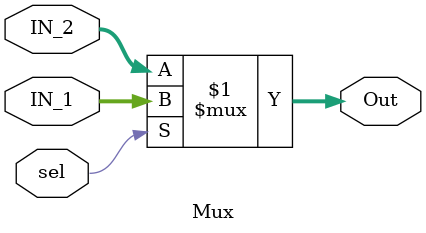
<source format=v>
module Mux#(
    parameter      InputWidth_1 = 'd16
) (
    input wire sel,
    input wire      signed [InputWidth_1-1:0] IN_1,
    input wire      signed [InputWidth_1-1:0] IN_2,
    output wire     signed  [InputWidth_1-1:0] Out 
);
    

assign Out=sel?IN_1:IN_2;

endmodule
</source>
